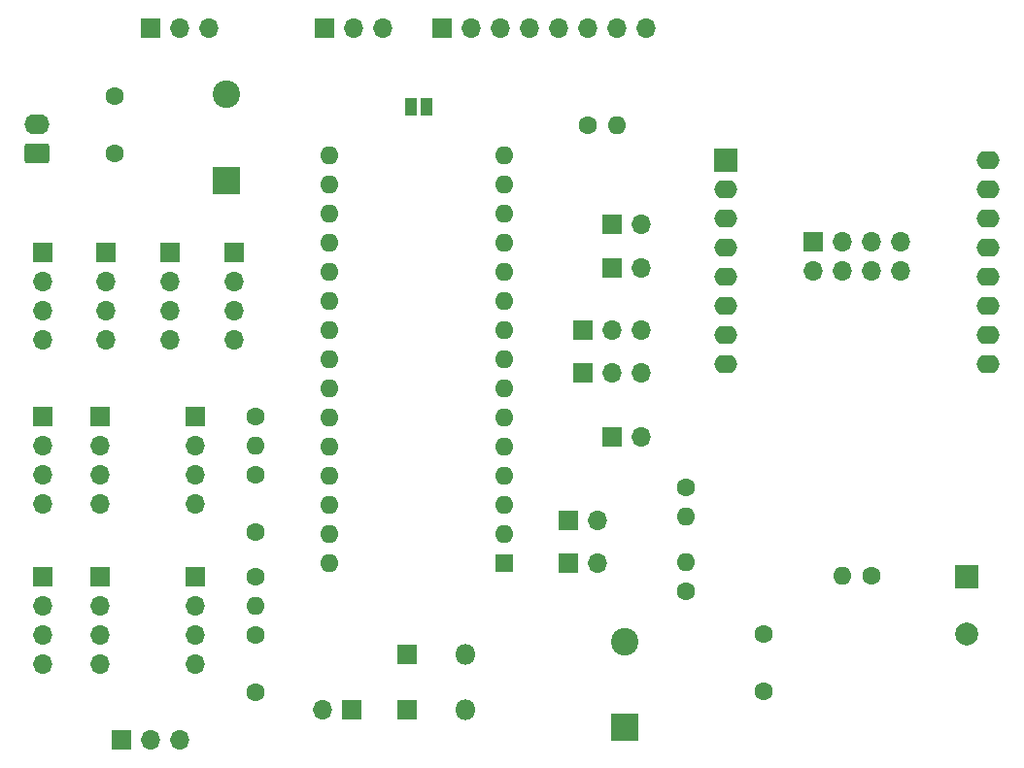
<source format=gbr>
G04 #@! TF.GenerationSoftware,KiCad,Pcbnew,6.0.7-f9a2dced07~116~ubuntu20.04.1*
G04 #@! TF.CreationDate,2022-09-05T17:51:23+02:00*
G04 #@! TF.ProjectId,TaupunktLuefter,54617570-756e-46b7-944c-756566746572,1.5*
G04 #@! TF.SameCoordinates,Original*
G04 #@! TF.FileFunction,Soldermask,Bot*
G04 #@! TF.FilePolarity,Negative*
%FSLAX46Y46*%
G04 Gerber Fmt 4.6, Leading zero omitted, Abs format (unit mm)*
G04 Created by KiCad (PCBNEW 6.0.7-f9a2dced07~116~ubuntu20.04.1) date 2022-09-05 17:51:23*
%MOMM*%
%LPD*%
G01*
G04 APERTURE LIST*
G04 Aperture macros list*
%AMRoundRect*
0 Rectangle with rounded corners*
0 $1 Rounding radius*
0 $2 $3 $4 $5 $6 $7 $8 $9 X,Y pos of 4 corners*
0 Add a 4 corners polygon primitive as box body*
4,1,4,$2,$3,$4,$5,$6,$7,$8,$9,$2,$3,0*
0 Add four circle primitives for the rounded corners*
1,1,$1+$1,$2,$3*
1,1,$1+$1,$4,$5*
1,1,$1+$1,$6,$7*
1,1,$1+$1,$8,$9*
0 Add four rect primitives between the rounded corners*
20,1,$1+$1,$2,$3,$4,$5,0*
20,1,$1+$1,$4,$5,$6,$7,0*
20,1,$1+$1,$6,$7,$8,$9,0*
20,1,$1+$1,$8,$9,$2,$3,0*%
G04 Aperture macros list end*
%ADD10R,1.600000X1.600000*%
%ADD11O,1.600000X1.600000*%
%ADD12RoundRect,0.250000X0.845000X-0.620000X0.845000X0.620000X-0.845000X0.620000X-0.845000X-0.620000X0*%
%ADD13O,2.190000X1.740000*%
%ADD14C,1.600000*%
%ADD15R,2.400000X2.400000*%
%ADD16C,2.400000*%
%ADD17R,1.700000X1.700000*%
%ADD18O,1.700000X1.700000*%
%ADD19R,1.800000X1.800000*%
%ADD20O,1.800000X1.800000*%
%ADD21R,2.000000X2.000000*%
%ADD22C,2.000000*%
%ADD23O,2.000000X1.600000*%
%ADD24R,1.000000X1.500000*%
G04 APERTURE END LIST*
D10*
X66294000Y-63754000D03*
D11*
X66294000Y-61214000D03*
X66294000Y-58674000D03*
X66294000Y-56134000D03*
X66294000Y-53594000D03*
X66294000Y-51054000D03*
X66294000Y-48514000D03*
X66294000Y-45974000D03*
X66294000Y-43434000D03*
X66294000Y-40894000D03*
X66294000Y-38354000D03*
X66294000Y-35814000D03*
X66294000Y-33274000D03*
X66294000Y-30734000D03*
X66294000Y-28194000D03*
X51054000Y-28194000D03*
X51054000Y-30734000D03*
X51054000Y-33274000D03*
X51054000Y-35814000D03*
X51054000Y-38354000D03*
X51054000Y-40894000D03*
X51054000Y-43434000D03*
X51054000Y-45974000D03*
X51054000Y-48514000D03*
X51054000Y-51054000D03*
X51054000Y-53594000D03*
X51054000Y-56134000D03*
X51054000Y-58674000D03*
X51054000Y-61214000D03*
X51054000Y-63754000D03*
D12*
X25550000Y-28010000D03*
D13*
X25550000Y-25470000D03*
D14*
X44620000Y-61080000D03*
X44620000Y-56080000D03*
D15*
X76790000Y-78120000D03*
D16*
X76790000Y-70620000D03*
D17*
X71885000Y-63750000D03*
D18*
X74425000Y-63750000D03*
D17*
X75710000Y-52790000D03*
D18*
X78250000Y-52790000D03*
D17*
X93160000Y-35760000D03*
D18*
X93160000Y-38300000D03*
X95700000Y-35760000D03*
X95700000Y-38300000D03*
X98240000Y-35760000D03*
X98240000Y-38300000D03*
X100780000Y-35760000D03*
X100780000Y-38300000D03*
D17*
X73155000Y-43460000D03*
D18*
X75695000Y-43460000D03*
X78235000Y-43460000D03*
D14*
X82080000Y-57200000D03*
D11*
X82080000Y-59740000D03*
D14*
X44610000Y-64950000D03*
D11*
X44610000Y-67490000D03*
D14*
X73565000Y-25620000D03*
D11*
X76105000Y-25620000D03*
D19*
X57775000Y-76590000D03*
D20*
X62855000Y-76590000D03*
D14*
X32320000Y-28020000D03*
X32320000Y-23020000D03*
X44630000Y-75050000D03*
X44630000Y-70050000D03*
D17*
X26080000Y-64960000D03*
D18*
X26080000Y-67500000D03*
X26080000Y-70040000D03*
X26080000Y-72580000D03*
D17*
X39360000Y-64960000D03*
D18*
X39360000Y-67500000D03*
X39360000Y-70040000D03*
X39360000Y-72580000D03*
D21*
X106580000Y-64940000D03*
D22*
X106580000Y-69940000D03*
D17*
X37162000Y-36720000D03*
D18*
X37162000Y-39260000D03*
X37162000Y-41800000D03*
X37162000Y-44340000D03*
D17*
X71885000Y-60090000D03*
D18*
X74425000Y-60090000D03*
D17*
X52960000Y-76590000D03*
D18*
X50420000Y-76590000D03*
D17*
X60870000Y-17130000D03*
D18*
X63410000Y-17130000D03*
X65950000Y-17130000D03*
X68490000Y-17130000D03*
X71030000Y-17130000D03*
X73570000Y-17130000D03*
X76110000Y-17130000D03*
X78650000Y-17130000D03*
D17*
X39350000Y-50990000D03*
D18*
X39350000Y-53530000D03*
X39350000Y-56070000D03*
X39350000Y-58610000D03*
D17*
X42750000Y-36720000D03*
D18*
X42750000Y-39260000D03*
X42750000Y-41800000D03*
X42750000Y-44340000D03*
D17*
X31090000Y-50990000D03*
D18*
X31090000Y-53530000D03*
X31090000Y-56070000D03*
X31090000Y-58610000D03*
D19*
X57775000Y-71710000D03*
D20*
X62855000Y-71710000D03*
D15*
X42080000Y-30413959D03*
D16*
X42080000Y-22913959D03*
D17*
X26084000Y-36720000D03*
D18*
X26084000Y-39260000D03*
X26084000Y-41800000D03*
X26084000Y-44340000D03*
D17*
X75685000Y-38030000D03*
D18*
X78225000Y-38030000D03*
D17*
X26070000Y-50990000D03*
D18*
X26070000Y-53530000D03*
X26070000Y-56070000D03*
X26070000Y-58610000D03*
D14*
X82070000Y-66195000D03*
D11*
X82070000Y-63655000D03*
D21*
X85590000Y-28640000D03*
D23*
X85590000Y-31180000D03*
X85590000Y-33720000D03*
X85590000Y-36260000D03*
X85590000Y-38800000D03*
X85590000Y-41340000D03*
X85590000Y-43880000D03*
X85590000Y-46420000D03*
X108450000Y-46420000D03*
X108450000Y-43880000D03*
X108450000Y-41340000D03*
X108450000Y-38800000D03*
X108450000Y-36260000D03*
X108450000Y-33720000D03*
X108450000Y-31180000D03*
X108450000Y-28640000D03*
D17*
X32885000Y-79200000D03*
D18*
X35425000Y-79200000D03*
X37965000Y-79200000D03*
D17*
X75685000Y-34260000D03*
D18*
X78225000Y-34260000D03*
D14*
X98240000Y-64920000D03*
D11*
X95700000Y-64920000D03*
D17*
X73160000Y-47210000D03*
D18*
X75700000Y-47210000D03*
X78240000Y-47210000D03*
D17*
X31574000Y-36720000D03*
D18*
X31574000Y-39260000D03*
X31574000Y-41800000D03*
X31574000Y-44340000D03*
D17*
X50590000Y-17130000D03*
D18*
X53130000Y-17130000D03*
X55670000Y-17130000D03*
D17*
X35455000Y-17130000D03*
D18*
X37995000Y-17130000D03*
X40535000Y-17130000D03*
D14*
X88880000Y-69940000D03*
X88880000Y-74940000D03*
D17*
X31070000Y-64956000D03*
D18*
X31070000Y-67496000D03*
X31070000Y-70036000D03*
X31070000Y-72576000D03*
D14*
X44630000Y-50985000D03*
D11*
X44630000Y-53525000D03*
D24*
X59480000Y-23980000D03*
X58180000Y-23980000D03*
M02*

</source>
